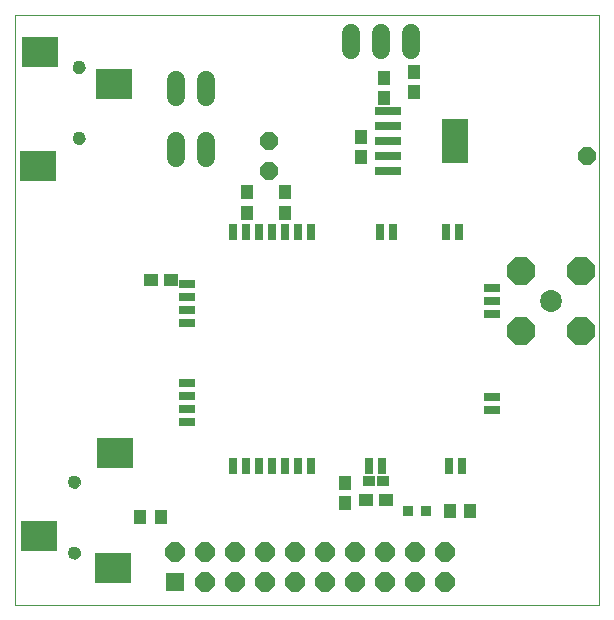
<source format=gts>
G75*
G70*
%OFA0B0*%
%FSLAX24Y24*%
%IPPOS*%
%LPD*%
%AMOC8*
5,1,8,0,0,1.08239X$1,22.5*
%
%ADD10C,0.0000*%
%ADD11R,0.0540X0.0290*%
%ADD12R,0.0290X0.0540*%
%ADD13R,0.1197X0.0985*%
%ADD14C,0.0434*%
%ADD15R,0.0404X0.0331*%
%ADD16R,0.0473X0.0434*%
%ADD17R,0.0434X0.0473*%
%ADD18C,0.0600*%
%ADD19R,0.0640X0.0640*%
%ADD20OC8,0.0640*%
%ADD21OC8,0.0594*%
%ADD22C,0.0731*%
%ADD23OC8,0.0938*%
%ADD24R,0.0886X0.0257*%
%ADD25R,0.0906X0.1457*%
%ADD26R,0.0355X0.0355*%
D10*
X000253Y000145D02*
X000253Y019830D01*
X019742Y019830D01*
X019742Y000145D01*
X000253Y000145D01*
X002041Y001897D02*
X002043Y001924D01*
X002049Y001951D01*
X002058Y001977D01*
X002071Y002001D01*
X002087Y002024D01*
X002106Y002043D01*
X002128Y002060D01*
X002152Y002074D01*
X002177Y002084D01*
X002204Y002091D01*
X002231Y002094D01*
X002259Y002093D01*
X002286Y002088D01*
X002312Y002080D01*
X002336Y002068D01*
X002359Y002052D01*
X002380Y002034D01*
X002397Y002013D01*
X002412Y001989D01*
X002423Y001964D01*
X002431Y001938D01*
X002435Y001911D01*
X002435Y001883D01*
X002431Y001856D01*
X002423Y001830D01*
X002412Y001805D01*
X002397Y001781D01*
X002380Y001760D01*
X002359Y001742D01*
X002337Y001726D01*
X002312Y001714D01*
X002286Y001706D01*
X002259Y001701D01*
X002231Y001700D01*
X002204Y001703D01*
X002177Y001710D01*
X002152Y001720D01*
X002128Y001734D01*
X002106Y001751D01*
X002087Y001770D01*
X002071Y001793D01*
X002058Y001817D01*
X002049Y001843D01*
X002043Y001870D01*
X002041Y001897D01*
X002041Y004259D02*
X002043Y004286D01*
X002049Y004313D01*
X002058Y004339D01*
X002071Y004363D01*
X002087Y004386D01*
X002106Y004405D01*
X002128Y004422D01*
X002152Y004436D01*
X002177Y004446D01*
X002204Y004453D01*
X002231Y004456D01*
X002259Y004455D01*
X002286Y004450D01*
X002312Y004442D01*
X002336Y004430D01*
X002359Y004414D01*
X002380Y004396D01*
X002397Y004375D01*
X002412Y004351D01*
X002423Y004326D01*
X002431Y004300D01*
X002435Y004273D01*
X002435Y004245D01*
X002431Y004218D01*
X002423Y004192D01*
X002412Y004167D01*
X002397Y004143D01*
X002380Y004122D01*
X002359Y004104D01*
X002337Y004088D01*
X002312Y004076D01*
X002286Y004068D01*
X002259Y004063D01*
X002231Y004062D01*
X002204Y004065D01*
X002177Y004072D01*
X002152Y004082D01*
X002128Y004096D01*
X002106Y004113D01*
X002087Y004132D01*
X002071Y004155D01*
X002058Y004179D01*
X002049Y004205D01*
X002043Y004232D01*
X002041Y004259D01*
X002190Y015716D02*
X002192Y015743D01*
X002198Y015770D01*
X002207Y015796D01*
X002220Y015820D01*
X002236Y015843D01*
X002255Y015862D01*
X002277Y015879D01*
X002301Y015893D01*
X002326Y015903D01*
X002353Y015910D01*
X002380Y015913D01*
X002408Y015912D01*
X002435Y015907D01*
X002461Y015899D01*
X002485Y015887D01*
X002508Y015871D01*
X002529Y015853D01*
X002546Y015832D01*
X002561Y015808D01*
X002572Y015783D01*
X002580Y015757D01*
X002584Y015730D01*
X002584Y015702D01*
X002580Y015675D01*
X002572Y015649D01*
X002561Y015624D01*
X002546Y015600D01*
X002529Y015579D01*
X002508Y015561D01*
X002486Y015545D01*
X002461Y015533D01*
X002435Y015525D01*
X002408Y015520D01*
X002380Y015519D01*
X002353Y015522D01*
X002326Y015529D01*
X002301Y015539D01*
X002277Y015553D01*
X002255Y015570D01*
X002236Y015589D01*
X002220Y015612D01*
X002207Y015636D01*
X002198Y015662D01*
X002192Y015689D01*
X002190Y015716D01*
X002190Y018078D02*
X002192Y018105D01*
X002198Y018132D01*
X002207Y018158D01*
X002220Y018182D01*
X002236Y018205D01*
X002255Y018224D01*
X002277Y018241D01*
X002301Y018255D01*
X002326Y018265D01*
X002353Y018272D01*
X002380Y018275D01*
X002408Y018274D01*
X002435Y018269D01*
X002461Y018261D01*
X002485Y018249D01*
X002508Y018233D01*
X002529Y018215D01*
X002546Y018194D01*
X002561Y018170D01*
X002572Y018145D01*
X002580Y018119D01*
X002584Y018092D01*
X002584Y018064D01*
X002580Y018037D01*
X002572Y018011D01*
X002561Y017986D01*
X002546Y017962D01*
X002529Y017941D01*
X002508Y017923D01*
X002486Y017907D01*
X002461Y017895D01*
X002435Y017887D01*
X002408Y017882D01*
X002380Y017881D01*
X002353Y017884D01*
X002326Y017891D01*
X002301Y017901D01*
X002277Y017915D01*
X002255Y017932D01*
X002236Y017951D01*
X002220Y017974D01*
X002207Y017998D01*
X002198Y018024D01*
X002192Y018051D01*
X002190Y018078D01*
D11*
X006005Y010853D03*
X006005Y010420D03*
X006005Y009987D03*
X006005Y009554D03*
X006005Y007546D03*
X006005Y007113D03*
X006005Y006680D03*
X006005Y006247D03*
X016163Y006641D03*
X016163Y007074D03*
X016163Y009869D03*
X016163Y010302D03*
X016163Y010735D03*
D12*
X015060Y012586D03*
X014627Y012586D03*
X012856Y012586D03*
X012423Y012586D03*
X010139Y012586D03*
X009706Y012586D03*
X009273Y012586D03*
X008840Y012586D03*
X008407Y012586D03*
X007974Y012586D03*
X007541Y012586D03*
X007541Y004790D03*
X007974Y004790D03*
X008407Y004790D03*
X008840Y004790D03*
X009273Y004790D03*
X009706Y004790D03*
X010139Y004790D03*
X012068Y004790D03*
X012501Y004790D03*
X014745Y004790D03*
X015179Y004790D03*
D13*
X003586Y005204D03*
X001057Y002448D03*
X003527Y001385D03*
X001039Y014771D03*
X003568Y017527D03*
X001098Y018590D03*
D14*
X002387Y018078D03*
X002387Y015716D03*
X002238Y004259D03*
X002238Y001897D03*
D15*
X012064Y004302D03*
X012537Y004302D03*
D16*
X012635Y003668D03*
X011966Y003668D03*
X005466Y010973D03*
X004797Y010973D03*
D17*
X007993Y013235D03*
X007993Y013905D03*
X009257Y013905D03*
X009257Y013235D03*
X011789Y015086D03*
X011789Y015755D03*
X012576Y017054D03*
X012576Y017723D03*
X013560Y017920D03*
X013560Y017251D03*
X011277Y004219D03*
X011277Y003550D03*
X014769Y003295D03*
X015438Y003295D03*
X005116Y003097D03*
X004446Y003097D03*
D18*
X005647Y015059D02*
X005647Y015619D01*
X006647Y015619D02*
X006647Y015059D01*
X006647Y017098D02*
X006647Y017658D01*
X005647Y017658D02*
X005647Y017098D01*
X011458Y018644D02*
X011458Y019204D01*
X012458Y019204D02*
X012458Y018644D01*
X013458Y018644D02*
X013458Y019204D01*
D19*
X005596Y000905D03*
D20*
X005596Y001905D03*
X006596Y001905D03*
X007596Y001905D03*
X008596Y001905D03*
X009596Y001905D03*
X010596Y001905D03*
X011596Y001905D03*
X012596Y001905D03*
X013596Y001905D03*
X014596Y001905D03*
X014596Y000905D03*
X013596Y000905D03*
X012596Y000905D03*
X011596Y000905D03*
X010596Y000905D03*
X009596Y000905D03*
X008596Y000905D03*
X007596Y000905D03*
X006596Y000905D03*
D21*
X008738Y014605D03*
X008738Y015605D03*
X019328Y015105D03*
D22*
X018127Y010302D03*
D23*
X017127Y009302D03*
X019127Y009302D03*
X019127Y011302D03*
X017127Y011302D03*
D24*
X012694Y014617D03*
X012694Y015117D03*
X012694Y015617D03*
X012694Y016117D03*
X012694Y016617D03*
D25*
X014938Y015617D03*
D26*
X013959Y003295D03*
X013368Y003295D03*
M02*

</source>
